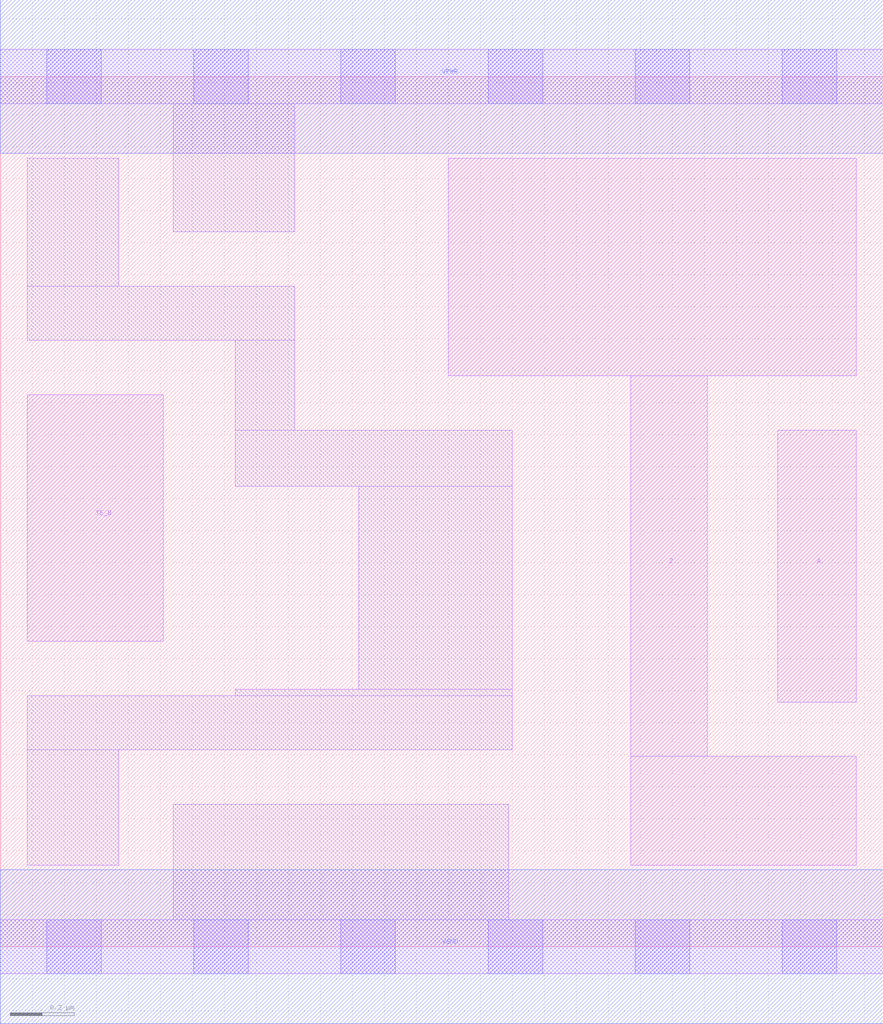
<source format=lef>
# Copyright 2020 The SkyWater PDK Authors
#
# Licensed under the Apache License, Version 2.0 (the "License");
# you may not use this file except in compliance with the License.
# You may obtain a copy of the License at
#
#     https://www.apache.org/licenses/LICENSE-2.0
#
# Unless required by applicable law or agreed to in writing, software
# distributed under the License is distributed on an "AS IS" BASIS,
# WITHOUT WARRANTIES OR CONDITIONS OF ANY KIND, either express or implied.
# See the License for the specific language governing permissions and
# limitations under the License.
#
# SPDX-License-Identifier: Apache-2.0

VERSION 5.7 ;
  NAMESCASESENSITIVE ON ;
  NOWIREEXTENSIONATPIN ON ;
  DIVIDERCHAR "/" ;
  BUSBITCHARS "[]" ;
UNITS
  DATABASE MICRONS 200 ;
END UNITS
PROPERTYDEFINITIONS
  MACRO maskLayoutSubType STRING ;
  MACRO prCellType STRING ;
  MACRO originalViewName STRING ;
END PROPERTYDEFINITIONS
MACRO sky130_fd_sc_hdll__einvn_1
  CLASS CORE ;
  FOREIGN sky130_fd_sc_hdll__einvn_1 ;
  ORIGIN  0.000000  0.000000 ;
  SIZE  2.760000 BY  2.720000 ;
  SYMMETRY X Y R90 ;
  SITE unithd ;
  PIN A
    ANTENNAGATEAREA  0.277500 ;
    DIRECTION INPUT ;
    USE SIGNAL ;
    PORT
      LAYER li1 ;
        RECT 2.430000 0.765000 2.675000 1.615000 ;
    END
  END A
  PIN TE_B
    ANTENNAGATEAREA  0.358200 ;
    DIRECTION INPUT ;
    USE SIGNAL ;
    PORT
      LAYER li1 ;
        RECT 0.085000 0.955000 0.510000 1.725000 ;
    END
  END TE_B
  PIN VGND
    ANTENNADIFFAREA  0.525500 ;
    DIRECTION INOUT ;
    USE SIGNAL ;
    PORT
      LAYER met1 ;
        RECT 0.000000 -0.240000 2.760000 0.240000 ;
    END
  END VGND
  PIN VPWR
    ANTENNADIFFAREA  0.314400 ;
    DIRECTION INOUT ;
    USE SIGNAL ;
    PORT
      LAYER met1 ;
        RECT 0.000000 2.480000 2.760000 2.960000 ;
    END
  END VPWR
  PIN Z
    ANTENNADIFFAREA  0.471500 ;
    DIRECTION OUTPUT ;
    USE SIGNAL ;
    PORT
      LAYER li1 ;
        RECT 1.400000 1.785000 2.675000 2.465000 ;
        RECT 1.970000 0.255000 2.675000 0.595000 ;
        RECT 1.970000 0.595000 2.210000 1.785000 ;
    END
  END Z
  OBS
    LAYER li1 ;
      RECT 0.000000 -0.085000 2.760000 0.085000 ;
      RECT 0.000000  2.635000 2.760000 2.805000 ;
      RECT 0.085000  0.255000 0.370000 0.615000 ;
      RECT 0.085000  0.615000 1.600000 0.785000 ;
      RECT 0.085000  1.895000 0.920000 2.065000 ;
      RECT 0.085000  2.065000 0.370000 2.465000 ;
      RECT 0.540000  0.085000 1.590000 0.445000 ;
      RECT 0.540000  2.235000 0.920000 2.635000 ;
      RECT 0.735000  0.785000 1.600000 0.805000 ;
      RECT 0.735000  1.440000 1.600000 1.615000 ;
      RECT 0.735000  1.615000 0.920000 1.895000 ;
      RECT 1.120000  0.805000 1.600000 1.440000 ;
    LAYER mcon ;
      RECT 0.145000 -0.085000 0.315000 0.085000 ;
      RECT 0.145000  2.635000 0.315000 2.805000 ;
      RECT 0.605000 -0.085000 0.775000 0.085000 ;
      RECT 0.605000  2.635000 0.775000 2.805000 ;
      RECT 1.065000 -0.085000 1.235000 0.085000 ;
      RECT 1.065000  2.635000 1.235000 2.805000 ;
      RECT 1.525000 -0.085000 1.695000 0.085000 ;
      RECT 1.525000  2.635000 1.695000 2.805000 ;
      RECT 1.985000 -0.085000 2.155000 0.085000 ;
      RECT 1.985000  2.635000 2.155000 2.805000 ;
      RECT 2.445000 -0.085000 2.615000 0.085000 ;
      RECT 2.445000  2.635000 2.615000 2.805000 ;
  END
  PROPERTY maskLayoutSubType "abstract" ;
  PROPERTY prCellType "standard" ;
  PROPERTY originalViewName "layout" ;
END sky130_fd_sc_hdll__einvn_1

</source>
